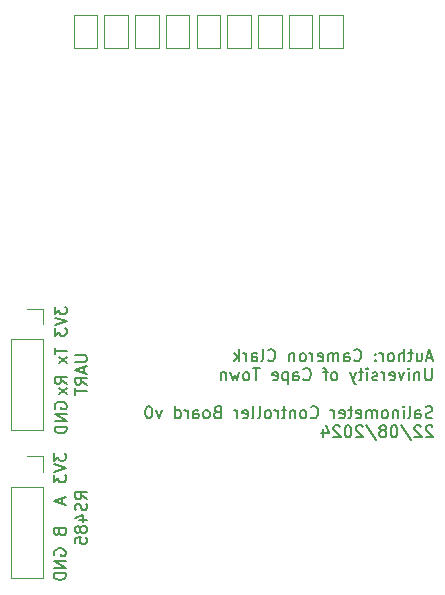
<source format=gbo>
%TF.GenerationSoftware,KiCad,Pcbnew,8.0.4*%
%TF.CreationDate,2024-08-28T18:13:50+02:00*%
%TF.ProjectId,Controller,436f6e74-726f-46c6-9c65-722e6b696361,v0*%
%TF.SameCoordinates,Original*%
%TF.FileFunction,Legend,Bot*%
%TF.FilePolarity,Positive*%
%FSLAX46Y46*%
G04 Gerber Fmt 4.6, Leading zero omitted, Abs format (unit mm)*
G04 Created by KiCad (PCBNEW 8.0.4) date 2024-08-28 18:13:50*
%MOMM*%
%LPD*%
G01*
G04 APERTURE LIST*
%ADD10C,0.150000*%
%ADD11C,0.120000*%
%ADD12C,2.000000*%
%ADD13C,0.990600*%
%ADD14R,2.000000X2.000000*%
%ADD15C,1.000000*%
%ADD16C,1.400000*%
%ADD17R,1.500000X1.000000*%
%ADD18R,1.700000X1.700000*%
%ADD19O,1.700000X1.700000*%
G04 APERTURE END LIST*
D10*
X195910839Y-92544328D02*
X195434649Y-92544328D01*
X196006077Y-92830043D02*
X195672744Y-91830043D01*
X195672744Y-91830043D02*
X195339411Y-92830043D01*
X194577506Y-92163376D02*
X194577506Y-92830043D01*
X195006077Y-92163376D02*
X195006077Y-92687185D01*
X195006077Y-92687185D02*
X194958458Y-92782424D01*
X194958458Y-92782424D02*
X194863220Y-92830043D01*
X194863220Y-92830043D02*
X194720363Y-92830043D01*
X194720363Y-92830043D02*
X194625125Y-92782424D01*
X194625125Y-92782424D02*
X194577506Y-92734804D01*
X194244172Y-92163376D02*
X193863220Y-92163376D01*
X194101315Y-91830043D02*
X194101315Y-92687185D01*
X194101315Y-92687185D02*
X194053696Y-92782424D01*
X194053696Y-92782424D02*
X193958458Y-92830043D01*
X193958458Y-92830043D02*
X193863220Y-92830043D01*
X193529886Y-92830043D02*
X193529886Y-91830043D01*
X193101315Y-92830043D02*
X193101315Y-92306233D01*
X193101315Y-92306233D02*
X193148934Y-92210995D01*
X193148934Y-92210995D02*
X193244172Y-92163376D01*
X193244172Y-92163376D02*
X193387029Y-92163376D01*
X193387029Y-92163376D02*
X193482267Y-92210995D01*
X193482267Y-92210995D02*
X193529886Y-92258614D01*
X192482267Y-92830043D02*
X192577505Y-92782424D01*
X192577505Y-92782424D02*
X192625124Y-92734804D01*
X192625124Y-92734804D02*
X192672743Y-92639566D01*
X192672743Y-92639566D02*
X192672743Y-92353852D01*
X192672743Y-92353852D02*
X192625124Y-92258614D01*
X192625124Y-92258614D02*
X192577505Y-92210995D01*
X192577505Y-92210995D02*
X192482267Y-92163376D01*
X192482267Y-92163376D02*
X192339410Y-92163376D01*
X192339410Y-92163376D02*
X192244172Y-92210995D01*
X192244172Y-92210995D02*
X192196553Y-92258614D01*
X192196553Y-92258614D02*
X192148934Y-92353852D01*
X192148934Y-92353852D02*
X192148934Y-92639566D01*
X192148934Y-92639566D02*
X192196553Y-92734804D01*
X192196553Y-92734804D02*
X192244172Y-92782424D01*
X192244172Y-92782424D02*
X192339410Y-92830043D01*
X192339410Y-92830043D02*
X192482267Y-92830043D01*
X191720362Y-92830043D02*
X191720362Y-92163376D01*
X191720362Y-92353852D02*
X191672743Y-92258614D01*
X191672743Y-92258614D02*
X191625124Y-92210995D01*
X191625124Y-92210995D02*
X191529886Y-92163376D01*
X191529886Y-92163376D02*
X191434648Y-92163376D01*
X191101314Y-92734804D02*
X191053695Y-92782424D01*
X191053695Y-92782424D02*
X191101314Y-92830043D01*
X191101314Y-92830043D02*
X191148933Y-92782424D01*
X191148933Y-92782424D02*
X191101314Y-92734804D01*
X191101314Y-92734804D02*
X191101314Y-92830043D01*
X191101314Y-92210995D02*
X191053695Y-92258614D01*
X191053695Y-92258614D02*
X191101314Y-92306233D01*
X191101314Y-92306233D02*
X191148933Y-92258614D01*
X191148933Y-92258614D02*
X191101314Y-92210995D01*
X191101314Y-92210995D02*
X191101314Y-92306233D01*
X189291791Y-92734804D02*
X189339410Y-92782424D01*
X189339410Y-92782424D02*
X189482267Y-92830043D01*
X189482267Y-92830043D02*
X189577505Y-92830043D01*
X189577505Y-92830043D02*
X189720362Y-92782424D01*
X189720362Y-92782424D02*
X189815600Y-92687185D01*
X189815600Y-92687185D02*
X189863219Y-92591947D01*
X189863219Y-92591947D02*
X189910838Y-92401471D01*
X189910838Y-92401471D02*
X189910838Y-92258614D01*
X189910838Y-92258614D02*
X189863219Y-92068138D01*
X189863219Y-92068138D02*
X189815600Y-91972900D01*
X189815600Y-91972900D02*
X189720362Y-91877662D01*
X189720362Y-91877662D02*
X189577505Y-91830043D01*
X189577505Y-91830043D02*
X189482267Y-91830043D01*
X189482267Y-91830043D02*
X189339410Y-91877662D01*
X189339410Y-91877662D02*
X189291791Y-91925281D01*
X188434648Y-92830043D02*
X188434648Y-92306233D01*
X188434648Y-92306233D02*
X188482267Y-92210995D01*
X188482267Y-92210995D02*
X188577505Y-92163376D01*
X188577505Y-92163376D02*
X188767981Y-92163376D01*
X188767981Y-92163376D02*
X188863219Y-92210995D01*
X188434648Y-92782424D02*
X188529886Y-92830043D01*
X188529886Y-92830043D02*
X188767981Y-92830043D01*
X188767981Y-92830043D02*
X188863219Y-92782424D01*
X188863219Y-92782424D02*
X188910838Y-92687185D01*
X188910838Y-92687185D02*
X188910838Y-92591947D01*
X188910838Y-92591947D02*
X188863219Y-92496709D01*
X188863219Y-92496709D02*
X188767981Y-92449090D01*
X188767981Y-92449090D02*
X188529886Y-92449090D01*
X188529886Y-92449090D02*
X188434648Y-92401471D01*
X187958457Y-92830043D02*
X187958457Y-92163376D01*
X187958457Y-92258614D02*
X187910838Y-92210995D01*
X187910838Y-92210995D02*
X187815600Y-92163376D01*
X187815600Y-92163376D02*
X187672743Y-92163376D01*
X187672743Y-92163376D02*
X187577505Y-92210995D01*
X187577505Y-92210995D02*
X187529886Y-92306233D01*
X187529886Y-92306233D02*
X187529886Y-92830043D01*
X187529886Y-92306233D02*
X187482267Y-92210995D01*
X187482267Y-92210995D02*
X187387029Y-92163376D01*
X187387029Y-92163376D02*
X187244172Y-92163376D01*
X187244172Y-92163376D02*
X187148933Y-92210995D01*
X187148933Y-92210995D02*
X187101314Y-92306233D01*
X187101314Y-92306233D02*
X187101314Y-92830043D01*
X186244172Y-92782424D02*
X186339410Y-92830043D01*
X186339410Y-92830043D02*
X186529886Y-92830043D01*
X186529886Y-92830043D02*
X186625124Y-92782424D01*
X186625124Y-92782424D02*
X186672743Y-92687185D01*
X186672743Y-92687185D02*
X186672743Y-92306233D01*
X186672743Y-92306233D02*
X186625124Y-92210995D01*
X186625124Y-92210995D02*
X186529886Y-92163376D01*
X186529886Y-92163376D02*
X186339410Y-92163376D01*
X186339410Y-92163376D02*
X186244172Y-92210995D01*
X186244172Y-92210995D02*
X186196553Y-92306233D01*
X186196553Y-92306233D02*
X186196553Y-92401471D01*
X186196553Y-92401471D02*
X186672743Y-92496709D01*
X185767981Y-92830043D02*
X185767981Y-92163376D01*
X185767981Y-92353852D02*
X185720362Y-92258614D01*
X185720362Y-92258614D02*
X185672743Y-92210995D01*
X185672743Y-92210995D02*
X185577505Y-92163376D01*
X185577505Y-92163376D02*
X185482267Y-92163376D01*
X185006076Y-92830043D02*
X185101314Y-92782424D01*
X185101314Y-92782424D02*
X185148933Y-92734804D01*
X185148933Y-92734804D02*
X185196552Y-92639566D01*
X185196552Y-92639566D02*
X185196552Y-92353852D01*
X185196552Y-92353852D02*
X185148933Y-92258614D01*
X185148933Y-92258614D02*
X185101314Y-92210995D01*
X185101314Y-92210995D02*
X185006076Y-92163376D01*
X185006076Y-92163376D02*
X184863219Y-92163376D01*
X184863219Y-92163376D02*
X184767981Y-92210995D01*
X184767981Y-92210995D02*
X184720362Y-92258614D01*
X184720362Y-92258614D02*
X184672743Y-92353852D01*
X184672743Y-92353852D02*
X184672743Y-92639566D01*
X184672743Y-92639566D02*
X184720362Y-92734804D01*
X184720362Y-92734804D02*
X184767981Y-92782424D01*
X184767981Y-92782424D02*
X184863219Y-92830043D01*
X184863219Y-92830043D02*
X185006076Y-92830043D01*
X184244171Y-92163376D02*
X184244171Y-92830043D01*
X184244171Y-92258614D02*
X184196552Y-92210995D01*
X184196552Y-92210995D02*
X184101314Y-92163376D01*
X184101314Y-92163376D02*
X183958457Y-92163376D01*
X183958457Y-92163376D02*
X183863219Y-92210995D01*
X183863219Y-92210995D02*
X183815600Y-92306233D01*
X183815600Y-92306233D02*
X183815600Y-92830043D01*
X182006076Y-92734804D02*
X182053695Y-92782424D01*
X182053695Y-92782424D02*
X182196552Y-92830043D01*
X182196552Y-92830043D02*
X182291790Y-92830043D01*
X182291790Y-92830043D02*
X182434647Y-92782424D01*
X182434647Y-92782424D02*
X182529885Y-92687185D01*
X182529885Y-92687185D02*
X182577504Y-92591947D01*
X182577504Y-92591947D02*
X182625123Y-92401471D01*
X182625123Y-92401471D02*
X182625123Y-92258614D01*
X182625123Y-92258614D02*
X182577504Y-92068138D01*
X182577504Y-92068138D02*
X182529885Y-91972900D01*
X182529885Y-91972900D02*
X182434647Y-91877662D01*
X182434647Y-91877662D02*
X182291790Y-91830043D01*
X182291790Y-91830043D02*
X182196552Y-91830043D01*
X182196552Y-91830043D02*
X182053695Y-91877662D01*
X182053695Y-91877662D02*
X182006076Y-91925281D01*
X181434647Y-92830043D02*
X181529885Y-92782424D01*
X181529885Y-92782424D02*
X181577504Y-92687185D01*
X181577504Y-92687185D02*
X181577504Y-91830043D01*
X180625123Y-92830043D02*
X180625123Y-92306233D01*
X180625123Y-92306233D02*
X180672742Y-92210995D01*
X180672742Y-92210995D02*
X180767980Y-92163376D01*
X180767980Y-92163376D02*
X180958456Y-92163376D01*
X180958456Y-92163376D02*
X181053694Y-92210995D01*
X180625123Y-92782424D02*
X180720361Y-92830043D01*
X180720361Y-92830043D02*
X180958456Y-92830043D01*
X180958456Y-92830043D02*
X181053694Y-92782424D01*
X181053694Y-92782424D02*
X181101313Y-92687185D01*
X181101313Y-92687185D02*
X181101313Y-92591947D01*
X181101313Y-92591947D02*
X181053694Y-92496709D01*
X181053694Y-92496709D02*
X180958456Y-92449090D01*
X180958456Y-92449090D02*
X180720361Y-92449090D01*
X180720361Y-92449090D02*
X180625123Y-92401471D01*
X180148932Y-92830043D02*
X180148932Y-92163376D01*
X180148932Y-92353852D02*
X180101313Y-92258614D01*
X180101313Y-92258614D02*
X180053694Y-92210995D01*
X180053694Y-92210995D02*
X179958456Y-92163376D01*
X179958456Y-92163376D02*
X179863218Y-92163376D01*
X179529884Y-92830043D02*
X179529884Y-91830043D01*
X179434646Y-92449090D02*
X179148932Y-92830043D01*
X179148932Y-92163376D02*
X179529884Y-92544328D01*
X195863220Y-93439987D02*
X195863220Y-94249510D01*
X195863220Y-94249510D02*
X195815601Y-94344748D01*
X195815601Y-94344748D02*
X195767982Y-94392368D01*
X195767982Y-94392368D02*
X195672744Y-94439987D01*
X195672744Y-94439987D02*
X195482268Y-94439987D01*
X195482268Y-94439987D02*
X195387030Y-94392368D01*
X195387030Y-94392368D02*
X195339411Y-94344748D01*
X195339411Y-94344748D02*
X195291792Y-94249510D01*
X195291792Y-94249510D02*
X195291792Y-93439987D01*
X194815601Y-93773320D02*
X194815601Y-94439987D01*
X194815601Y-93868558D02*
X194767982Y-93820939D01*
X194767982Y-93820939D02*
X194672744Y-93773320D01*
X194672744Y-93773320D02*
X194529887Y-93773320D01*
X194529887Y-93773320D02*
X194434649Y-93820939D01*
X194434649Y-93820939D02*
X194387030Y-93916177D01*
X194387030Y-93916177D02*
X194387030Y-94439987D01*
X193910839Y-94439987D02*
X193910839Y-93773320D01*
X193910839Y-93439987D02*
X193958458Y-93487606D01*
X193958458Y-93487606D02*
X193910839Y-93535225D01*
X193910839Y-93535225D02*
X193863220Y-93487606D01*
X193863220Y-93487606D02*
X193910839Y-93439987D01*
X193910839Y-93439987D02*
X193910839Y-93535225D01*
X193529887Y-93773320D02*
X193291792Y-94439987D01*
X193291792Y-94439987D02*
X193053697Y-93773320D01*
X192291792Y-94392368D02*
X192387030Y-94439987D01*
X192387030Y-94439987D02*
X192577506Y-94439987D01*
X192577506Y-94439987D02*
X192672744Y-94392368D01*
X192672744Y-94392368D02*
X192720363Y-94297129D01*
X192720363Y-94297129D02*
X192720363Y-93916177D01*
X192720363Y-93916177D02*
X192672744Y-93820939D01*
X192672744Y-93820939D02*
X192577506Y-93773320D01*
X192577506Y-93773320D02*
X192387030Y-93773320D01*
X192387030Y-93773320D02*
X192291792Y-93820939D01*
X192291792Y-93820939D02*
X192244173Y-93916177D01*
X192244173Y-93916177D02*
X192244173Y-94011415D01*
X192244173Y-94011415D02*
X192720363Y-94106653D01*
X191815601Y-94439987D02*
X191815601Y-93773320D01*
X191815601Y-93963796D02*
X191767982Y-93868558D01*
X191767982Y-93868558D02*
X191720363Y-93820939D01*
X191720363Y-93820939D02*
X191625125Y-93773320D01*
X191625125Y-93773320D02*
X191529887Y-93773320D01*
X191244172Y-94392368D02*
X191148934Y-94439987D01*
X191148934Y-94439987D02*
X190958458Y-94439987D01*
X190958458Y-94439987D02*
X190863220Y-94392368D01*
X190863220Y-94392368D02*
X190815601Y-94297129D01*
X190815601Y-94297129D02*
X190815601Y-94249510D01*
X190815601Y-94249510D02*
X190863220Y-94154272D01*
X190863220Y-94154272D02*
X190958458Y-94106653D01*
X190958458Y-94106653D02*
X191101315Y-94106653D01*
X191101315Y-94106653D02*
X191196553Y-94059034D01*
X191196553Y-94059034D02*
X191244172Y-93963796D01*
X191244172Y-93963796D02*
X191244172Y-93916177D01*
X191244172Y-93916177D02*
X191196553Y-93820939D01*
X191196553Y-93820939D02*
X191101315Y-93773320D01*
X191101315Y-93773320D02*
X190958458Y-93773320D01*
X190958458Y-93773320D02*
X190863220Y-93820939D01*
X190387029Y-94439987D02*
X190387029Y-93773320D01*
X190387029Y-93439987D02*
X190434648Y-93487606D01*
X190434648Y-93487606D02*
X190387029Y-93535225D01*
X190387029Y-93535225D02*
X190339410Y-93487606D01*
X190339410Y-93487606D02*
X190387029Y-93439987D01*
X190387029Y-93439987D02*
X190387029Y-93535225D01*
X190053696Y-93773320D02*
X189672744Y-93773320D01*
X189910839Y-93439987D02*
X189910839Y-94297129D01*
X189910839Y-94297129D02*
X189863220Y-94392368D01*
X189863220Y-94392368D02*
X189767982Y-94439987D01*
X189767982Y-94439987D02*
X189672744Y-94439987D01*
X189434648Y-93773320D02*
X189196553Y-94439987D01*
X188958458Y-93773320D02*
X189196553Y-94439987D01*
X189196553Y-94439987D02*
X189291791Y-94678082D01*
X189291791Y-94678082D02*
X189339410Y-94725701D01*
X189339410Y-94725701D02*
X189434648Y-94773320D01*
X187672743Y-94439987D02*
X187767981Y-94392368D01*
X187767981Y-94392368D02*
X187815600Y-94344748D01*
X187815600Y-94344748D02*
X187863219Y-94249510D01*
X187863219Y-94249510D02*
X187863219Y-93963796D01*
X187863219Y-93963796D02*
X187815600Y-93868558D01*
X187815600Y-93868558D02*
X187767981Y-93820939D01*
X187767981Y-93820939D02*
X187672743Y-93773320D01*
X187672743Y-93773320D02*
X187529886Y-93773320D01*
X187529886Y-93773320D02*
X187434648Y-93820939D01*
X187434648Y-93820939D02*
X187387029Y-93868558D01*
X187387029Y-93868558D02*
X187339410Y-93963796D01*
X187339410Y-93963796D02*
X187339410Y-94249510D01*
X187339410Y-94249510D02*
X187387029Y-94344748D01*
X187387029Y-94344748D02*
X187434648Y-94392368D01*
X187434648Y-94392368D02*
X187529886Y-94439987D01*
X187529886Y-94439987D02*
X187672743Y-94439987D01*
X187053695Y-93773320D02*
X186672743Y-93773320D01*
X186910838Y-94439987D02*
X186910838Y-93582844D01*
X186910838Y-93582844D02*
X186863219Y-93487606D01*
X186863219Y-93487606D02*
X186767981Y-93439987D01*
X186767981Y-93439987D02*
X186672743Y-93439987D01*
X185006076Y-94344748D02*
X185053695Y-94392368D01*
X185053695Y-94392368D02*
X185196552Y-94439987D01*
X185196552Y-94439987D02*
X185291790Y-94439987D01*
X185291790Y-94439987D02*
X185434647Y-94392368D01*
X185434647Y-94392368D02*
X185529885Y-94297129D01*
X185529885Y-94297129D02*
X185577504Y-94201891D01*
X185577504Y-94201891D02*
X185625123Y-94011415D01*
X185625123Y-94011415D02*
X185625123Y-93868558D01*
X185625123Y-93868558D02*
X185577504Y-93678082D01*
X185577504Y-93678082D02*
X185529885Y-93582844D01*
X185529885Y-93582844D02*
X185434647Y-93487606D01*
X185434647Y-93487606D02*
X185291790Y-93439987D01*
X185291790Y-93439987D02*
X185196552Y-93439987D01*
X185196552Y-93439987D02*
X185053695Y-93487606D01*
X185053695Y-93487606D02*
X185006076Y-93535225D01*
X184148933Y-94439987D02*
X184148933Y-93916177D01*
X184148933Y-93916177D02*
X184196552Y-93820939D01*
X184196552Y-93820939D02*
X184291790Y-93773320D01*
X184291790Y-93773320D02*
X184482266Y-93773320D01*
X184482266Y-93773320D02*
X184577504Y-93820939D01*
X184148933Y-94392368D02*
X184244171Y-94439987D01*
X184244171Y-94439987D02*
X184482266Y-94439987D01*
X184482266Y-94439987D02*
X184577504Y-94392368D01*
X184577504Y-94392368D02*
X184625123Y-94297129D01*
X184625123Y-94297129D02*
X184625123Y-94201891D01*
X184625123Y-94201891D02*
X184577504Y-94106653D01*
X184577504Y-94106653D02*
X184482266Y-94059034D01*
X184482266Y-94059034D02*
X184244171Y-94059034D01*
X184244171Y-94059034D02*
X184148933Y-94011415D01*
X183672742Y-93773320D02*
X183672742Y-94773320D01*
X183672742Y-93820939D02*
X183577504Y-93773320D01*
X183577504Y-93773320D02*
X183387028Y-93773320D01*
X183387028Y-93773320D02*
X183291790Y-93820939D01*
X183291790Y-93820939D02*
X183244171Y-93868558D01*
X183244171Y-93868558D02*
X183196552Y-93963796D01*
X183196552Y-93963796D02*
X183196552Y-94249510D01*
X183196552Y-94249510D02*
X183244171Y-94344748D01*
X183244171Y-94344748D02*
X183291790Y-94392368D01*
X183291790Y-94392368D02*
X183387028Y-94439987D01*
X183387028Y-94439987D02*
X183577504Y-94439987D01*
X183577504Y-94439987D02*
X183672742Y-94392368D01*
X182387028Y-94392368D02*
X182482266Y-94439987D01*
X182482266Y-94439987D02*
X182672742Y-94439987D01*
X182672742Y-94439987D02*
X182767980Y-94392368D01*
X182767980Y-94392368D02*
X182815599Y-94297129D01*
X182815599Y-94297129D02*
X182815599Y-93916177D01*
X182815599Y-93916177D02*
X182767980Y-93820939D01*
X182767980Y-93820939D02*
X182672742Y-93773320D01*
X182672742Y-93773320D02*
X182482266Y-93773320D01*
X182482266Y-93773320D02*
X182387028Y-93820939D01*
X182387028Y-93820939D02*
X182339409Y-93916177D01*
X182339409Y-93916177D02*
X182339409Y-94011415D01*
X182339409Y-94011415D02*
X182815599Y-94106653D01*
X181291789Y-93439987D02*
X180720361Y-93439987D01*
X181006075Y-94439987D02*
X181006075Y-93439987D01*
X180244170Y-94439987D02*
X180339408Y-94392368D01*
X180339408Y-94392368D02*
X180387027Y-94344748D01*
X180387027Y-94344748D02*
X180434646Y-94249510D01*
X180434646Y-94249510D02*
X180434646Y-93963796D01*
X180434646Y-93963796D02*
X180387027Y-93868558D01*
X180387027Y-93868558D02*
X180339408Y-93820939D01*
X180339408Y-93820939D02*
X180244170Y-93773320D01*
X180244170Y-93773320D02*
X180101313Y-93773320D01*
X180101313Y-93773320D02*
X180006075Y-93820939D01*
X180006075Y-93820939D02*
X179958456Y-93868558D01*
X179958456Y-93868558D02*
X179910837Y-93963796D01*
X179910837Y-93963796D02*
X179910837Y-94249510D01*
X179910837Y-94249510D02*
X179958456Y-94344748D01*
X179958456Y-94344748D02*
X180006075Y-94392368D01*
X180006075Y-94392368D02*
X180101313Y-94439987D01*
X180101313Y-94439987D02*
X180244170Y-94439987D01*
X179577503Y-93773320D02*
X179387027Y-94439987D01*
X179387027Y-94439987D02*
X179196551Y-93963796D01*
X179196551Y-93963796D02*
X179006075Y-94439987D01*
X179006075Y-94439987D02*
X178815599Y-93773320D01*
X178434646Y-93773320D02*
X178434646Y-94439987D01*
X178434646Y-93868558D02*
X178387027Y-93820939D01*
X178387027Y-93820939D02*
X178291789Y-93773320D01*
X178291789Y-93773320D02*
X178148932Y-93773320D01*
X178148932Y-93773320D02*
X178053694Y-93820939D01*
X178053694Y-93820939D02*
X178006075Y-93916177D01*
X178006075Y-93916177D02*
X178006075Y-94439987D01*
X195910839Y-97612256D02*
X195767982Y-97659875D01*
X195767982Y-97659875D02*
X195529887Y-97659875D01*
X195529887Y-97659875D02*
X195434649Y-97612256D01*
X195434649Y-97612256D02*
X195387030Y-97564636D01*
X195387030Y-97564636D02*
X195339411Y-97469398D01*
X195339411Y-97469398D02*
X195339411Y-97374160D01*
X195339411Y-97374160D02*
X195387030Y-97278922D01*
X195387030Y-97278922D02*
X195434649Y-97231303D01*
X195434649Y-97231303D02*
X195529887Y-97183684D01*
X195529887Y-97183684D02*
X195720363Y-97136065D01*
X195720363Y-97136065D02*
X195815601Y-97088446D01*
X195815601Y-97088446D02*
X195863220Y-97040827D01*
X195863220Y-97040827D02*
X195910839Y-96945589D01*
X195910839Y-96945589D02*
X195910839Y-96850351D01*
X195910839Y-96850351D02*
X195863220Y-96755113D01*
X195863220Y-96755113D02*
X195815601Y-96707494D01*
X195815601Y-96707494D02*
X195720363Y-96659875D01*
X195720363Y-96659875D02*
X195482268Y-96659875D01*
X195482268Y-96659875D02*
X195339411Y-96707494D01*
X194482268Y-97659875D02*
X194482268Y-97136065D01*
X194482268Y-97136065D02*
X194529887Y-97040827D01*
X194529887Y-97040827D02*
X194625125Y-96993208D01*
X194625125Y-96993208D02*
X194815601Y-96993208D01*
X194815601Y-96993208D02*
X194910839Y-97040827D01*
X194482268Y-97612256D02*
X194577506Y-97659875D01*
X194577506Y-97659875D02*
X194815601Y-97659875D01*
X194815601Y-97659875D02*
X194910839Y-97612256D01*
X194910839Y-97612256D02*
X194958458Y-97517017D01*
X194958458Y-97517017D02*
X194958458Y-97421779D01*
X194958458Y-97421779D02*
X194910839Y-97326541D01*
X194910839Y-97326541D02*
X194815601Y-97278922D01*
X194815601Y-97278922D02*
X194577506Y-97278922D01*
X194577506Y-97278922D02*
X194482268Y-97231303D01*
X193863220Y-97659875D02*
X193958458Y-97612256D01*
X193958458Y-97612256D02*
X194006077Y-97517017D01*
X194006077Y-97517017D02*
X194006077Y-96659875D01*
X193482267Y-97659875D02*
X193482267Y-96993208D01*
X193482267Y-96659875D02*
X193529886Y-96707494D01*
X193529886Y-96707494D02*
X193482267Y-96755113D01*
X193482267Y-96755113D02*
X193434648Y-96707494D01*
X193434648Y-96707494D02*
X193482267Y-96659875D01*
X193482267Y-96659875D02*
X193482267Y-96755113D01*
X193006077Y-96993208D02*
X193006077Y-97659875D01*
X193006077Y-97088446D02*
X192958458Y-97040827D01*
X192958458Y-97040827D02*
X192863220Y-96993208D01*
X192863220Y-96993208D02*
X192720363Y-96993208D01*
X192720363Y-96993208D02*
X192625125Y-97040827D01*
X192625125Y-97040827D02*
X192577506Y-97136065D01*
X192577506Y-97136065D02*
X192577506Y-97659875D01*
X191958458Y-97659875D02*
X192053696Y-97612256D01*
X192053696Y-97612256D02*
X192101315Y-97564636D01*
X192101315Y-97564636D02*
X192148934Y-97469398D01*
X192148934Y-97469398D02*
X192148934Y-97183684D01*
X192148934Y-97183684D02*
X192101315Y-97088446D01*
X192101315Y-97088446D02*
X192053696Y-97040827D01*
X192053696Y-97040827D02*
X191958458Y-96993208D01*
X191958458Y-96993208D02*
X191815601Y-96993208D01*
X191815601Y-96993208D02*
X191720363Y-97040827D01*
X191720363Y-97040827D02*
X191672744Y-97088446D01*
X191672744Y-97088446D02*
X191625125Y-97183684D01*
X191625125Y-97183684D02*
X191625125Y-97469398D01*
X191625125Y-97469398D02*
X191672744Y-97564636D01*
X191672744Y-97564636D02*
X191720363Y-97612256D01*
X191720363Y-97612256D02*
X191815601Y-97659875D01*
X191815601Y-97659875D02*
X191958458Y-97659875D01*
X191196553Y-97659875D02*
X191196553Y-96993208D01*
X191196553Y-97088446D02*
X191148934Y-97040827D01*
X191148934Y-97040827D02*
X191053696Y-96993208D01*
X191053696Y-96993208D02*
X190910839Y-96993208D01*
X190910839Y-96993208D02*
X190815601Y-97040827D01*
X190815601Y-97040827D02*
X190767982Y-97136065D01*
X190767982Y-97136065D02*
X190767982Y-97659875D01*
X190767982Y-97136065D02*
X190720363Y-97040827D01*
X190720363Y-97040827D02*
X190625125Y-96993208D01*
X190625125Y-96993208D02*
X190482268Y-96993208D01*
X190482268Y-96993208D02*
X190387029Y-97040827D01*
X190387029Y-97040827D02*
X190339410Y-97136065D01*
X190339410Y-97136065D02*
X190339410Y-97659875D01*
X189482268Y-97612256D02*
X189577506Y-97659875D01*
X189577506Y-97659875D02*
X189767982Y-97659875D01*
X189767982Y-97659875D02*
X189863220Y-97612256D01*
X189863220Y-97612256D02*
X189910839Y-97517017D01*
X189910839Y-97517017D02*
X189910839Y-97136065D01*
X189910839Y-97136065D02*
X189863220Y-97040827D01*
X189863220Y-97040827D02*
X189767982Y-96993208D01*
X189767982Y-96993208D02*
X189577506Y-96993208D01*
X189577506Y-96993208D02*
X189482268Y-97040827D01*
X189482268Y-97040827D02*
X189434649Y-97136065D01*
X189434649Y-97136065D02*
X189434649Y-97231303D01*
X189434649Y-97231303D02*
X189910839Y-97326541D01*
X189148934Y-96993208D02*
X188767982Y-96993208D01*
X189006077Y-96659875D02*
X189006077Y-97517017D01*
X189006077Y-97517017D02*
X188958458Y-97612256D01*
X188958458Y-97612256D02*
X188863220Y-97659875D01*
X188863220Y-97659875D02*
X188767982Y-97659875D01*
X188053696Y-97612256D02*
X188148934Y-97659875D01*
X188148934Y-97659875D02*
X188339410Y-97659875D01*
X188339410Y-97659875D02*
X188434648Y-97612256D01*
X188434648Y-97612256D02*
X188482267Y-97517017D01*
X188482267Y-97517017D02*
X188482267Y-97136065D01*
X188482267Y-97136065D02*
X188434648Y-97040827D01*
X188434648Y-97040827D02*
X188339410Y-96993208D01*
X188339410Y-96993208D02*
X188148934Y-96993208D01*
X188148934Y-96993208D02*
X188053696Y-97040827D01*
X188053696Y-97040827D02*
X188006077Y-97136065D01*
X188006077Y-97136065D02*
X188006077Y-97231303D01*
X188006077Y-97231303D02*
X188482267Y-97326541D01*
X187577505Y-97659875D02*
X187577505Y-96993208D01*
X187577505Y-97183684D02*
X187529886Y-97088446D01*
X187529886Y-97088446D02*
X187482267Y-97040827D01*
X187482267Y-97040827D02*
X187387029Y-96993208D01*
X187387029Y-96993208D02*
X187291791Y-96993208D01*
X185625124Y-97564636D02*
X185672743Y-97612256D01*
X185672743Y-97612256D02*
X185815600Y-97659875D01*
X185815600Y-97659875D02*
X185910838Y-97659875D01*
X185910838Y-97659875D02*
X186053695Y-97612256D01*
X186053695Y-97612256D02*
X186148933Y-97517017D01*
X186148933Y-97517017D02*
X186196552Y-97421779D01*
X186196552Y-97421779D02*
X186244171Y-97231303D01*
X186244171Y-97231303D02*
X186244171Y-97088446D01*
X186244171Y-97088446D02*
X186196552Y-96897970D01*
X186196552Y-96897970D02*
X186148933Y-96802732D01*
X186148933Y-96802732D02*
X186053695Y-96707494D01*
X186053695Y-96707494D02*
X185910838Y-96659875D01*
X185910838Y-96659875D02*
X185815600Y-96659875D01*
X185815600Y-96659875D02*
X185672743Y-96707494D01*
X185672743Y-96707494D02*
X185625124Y-96755113D01*
X185053695Y-97659875D02*
X185148933Y-97612256D01*
X185148933Y-97612256D02*
X185196552Y-97564636D01*
X185196552Y-97564636D02*
X185244171Y-97469398D01*
X185244171Y-97469398D02*
X185244171Y-97183684D01*
X185244171Y-97183684D02*
X185196552Y-97088446D01*
X185196552Y-97088446D02*
X185148933Y-97040827D01*
X185148933Y-97040827D02*
X185053695Y-96993208D01*
X185053695Y-96993208D02*
X184910838Y-96993208D01*
X184910838Y-96993208D02*
X184815600Y-97040827D01*
X184815600Y-97040827D02*
X184767981Y-97088446D01*
X184767981Y-97088446D02*
X184720362Y-97183684D01*
X184720362Y-97183684D02*
X184720362Y-97469398D01*
X184720362Y-97469398D02*
X184767981Y-97564636D01*
X184767981Y-97564636D02*
X184815600Y-97612256D01*
X184815600Y-97612256D02*
X184910838Y-97659875D01*
X184910838Y-97659875D02*
X185053695Y-97659875D01*
X184291790Y-96993208D02*
X184291790Y-97659875D01*
X184291790Y-97088446D02*
X184244171Y-97040827D01*
X184244171Y-97040827D02*
X184148933Y-96993208D01*
X184148933Y-96993208D02*
X184006076Y-96993208D01*
X184006076Y-96993208D02*
X183910838Y-97040827D01*
X183910838Y-97040827D02*
X183863219Y-97136065D01*
X183863219Y-97136065D02*
X183863219Y-97659875D01*
X183529885Y-96993208D02*
X183148933Y-96993208D01*
X183387028Y-96659875D02*
X183387028Y-97517017D01*
X183387028Y-97517017D02*
X183339409Y-97612256D01*
X183339409Y-97612256D02*
X183244171Y-97659875D01*
X183244171Y-97659875D02*
X183148933Y-97659875D01*
X182815599Y-97659875D02*
X182815599Y-96993208D01*
X182815599Y-97183684D02*
X182767980Y-97088446D01*
X182767980Y-97088446D02*
X182720361Y-97040827D01*
X182720361Y-97040827D02*
X182625123Y-96993208D01*
X182625123Y-96993208D02*
X182529885Y-96993208D01*
X182053694Y-97659875D02*
X182148932Y-97612256D01*
X182148932Y-97612256D02*
X182196551Y-97564636D01*
X182196551Y-97564636D02*
X182244170Y-97469398D01*
X182244170Y-97469398D02*
X182244170Y-97183684D01*
X182244170Y-97183684D02*
X182196551Y-97088446D01*
X182196551Y-97088446D02*
X182148932Y-97040827D01*
X182148932Y-97040827D02*
X182053694Y-96993208D01*
X182053694Y-96993208D02*
X181910837Y-96993208D01*
X181910837Y-96993208D02*
X181815599Y-97040827D01*
X181815599Y-97040827D02*
X181767980Y-97088446D01*
X181767980Y-97088446D02*
X181720361Y-97183684D01*
X181720361Y-97183684D02*
X181720361Y-97469398D01*
X181720361Y-97469398D02*
X181767980Y-97564636D01*
X181767980Y-97564636D02*
X181815599Y-97612256D01*
X181815599Y-97612256D02*
X181910837Y-97659875D01*
X181910837Y-97659875D02*
X182053694Y-97659875D01*
X181148932Y-97659875D02*
X181244170Y-97612256D01*
X181244170Y-97612256D02*
X181291789Y-97517017D01*
X181291789Y-97517017D02*
X181291789Y-96659875D01*
X180625122Y-97659875D02*
X180720360Y-97612256D01*
X180720360Y-97612256D02*
X180767979Y-97517017D01*
X180767979Y-97517017D02*
X180767979Y-96659875D01*
X179863217Y-97612256D02*
X179958455Y-97659875D01*
X179958455Y-97659875D02*
X180148931Y-97659875D01*
X180148931Y-97659875D02*
X180244169Y-97612256D01*
X180244169Y-97612256D02*
X180291788Y-97517017D01*
X180291788Y-97517017D02*
X180291788Y-97136065D01*
X180291788Y-97136065D02*
X180244169Y-97040827D01*
X180244169Y-97040827D02*
X180148931Y-96993208D01*
X180148931Y-96993208D02*
X179958455Y-96993208D01*
X179958455Y-96993208D02*
X179863217Y-97040827D01*
X179863217Y-97040827D02*
X179815598Y-97136065D01*
X179815598Y-97136065D02*
X179815598Y-97231303D01*
X179815598Y-97231303D02*
X180291788Y-97326541D01*
X179387026Y-97659875D02*
X179387026Y-96993208D01*
X179387026Y-97183684D02*
X179339407Y-97088446D01*
X179339407Y-97088446D02*
X179291788Y-97040827D01*
X179291788Y-97040827D02*
X179196550Y-96993208D01*
X179196550Y-96993208D02*
X179101312Y-96993208D01*
X177672740Y-97136065D02*
X177529883Y-97183684D01*
X177529883Y-97183684D02*
X177482264Y-97231303D01*
X177482264Y-97231303D02*
X177434645Y-97326541D01*
X177434645Y-97326541D02*
X177434645Y-97469398D01*
X177434645Y-97469398D02*
X177482264Y-97564636D01*
X177482264Y-97564636D02*
X177529883Y-97612256D01*
X177529883Y-97612256D02*
X177625121Y-97659875D01*
X177625121Y-97659875D02*
X178006073Y-97659875D01*
X178006073Y-97659875D02*
X178006073Y-96659875D01*
X178006073Y-96659875D02*
X177672740Y-96659875D01*
X177672740Y-96659875D02*
X177577502Y-96707494D01*
X177577502Y-96707494D02*
X177529883Y-96755113D01*
X177529883Y-96755113D02*
X177482264Y-96850351D01*
X177482264Y-96850351D02*
X177482264Y-96945589D01*
X177482264Y-96945589D02*
X177529883Y-97040827D01*
X177529883Y-97040827D02*
X177577502Y-97088446D01*
X177577502Y-97088446D02*
X177672740Y-97136065D01*
X177672740Y-97136065D02*
X178006073Y-97136065D01*
X176863216Y-97659875D02*
X176958454Y-97612256D01*
X176958454Y-97612256D02*
X177006073Y-97564636D01*
X177006073Y-97564636D02*
X177053692Y-97469398D01*
X177053692Y-97469398D02*
X177053692Y-97183684D01*
X177053692Y-97183684D02*
X177006073Y-97088446D01*
X177006073Y-97088446D02*
X176958454Y-97040827D01*
X176958454Y-97040827D02*
X176863216Y-96993208D01*
X176863216Y-96993208D02*
X176720359Y-96993208D01*
X176720359Y-96993208D02*
X176625121Y-97040827D01*
X176625121Y-97040827D02*
X176577502Y-97088446D01*
X176577502Y-97088446D02*
X176529883Y-97183684D01*
X176529883Y-97183684D02*
X176529883Y-97469398D01*
X176529883Y-97469398D02*
X176577502Y-97564636D01*
X176577502Y-97564636D02*
X176625121Y-97612256D01*
X176625121Y-97612256D02*
X176720359Y-97659875D01*
X176720359Y-97659875D02*
X176863216Y-97659875D01*
X175672740Y-97659875D02*
X175672740Y-97136065D01*
X175672740Y-97136065D02*
X175720359Y-97040827D01*
X175720359Y-97040827D02*
X175815597Y-96993208D01*
X175815597Y-96993208D02*
X176006073Y-96993208D01*
X176006073Y-96993208D02*
X176101311Y-97040827D01*
X175672740Y-97612256D02*
X175767978Y-97659875D01*
X175767978Y-97659875D02*
X176006073Y-97659875D01*
X176006073Y-97659875D02*
X176101311Y-97612256D01*
X176101311Y-97612256D02*
X176148930Y-97517017D01*
X176148930Y-97517017D02*
X176148930Y-97421779D01*
X176148930Y-97421779D02*
X176101311Y-97326541D01*
X176101311Y-97326541D02*
X176006073Y-97278922D01*
X176006073Y-97278922D02*
X175767978Y-97278922D01*
X175767978Y-97278922D02*
X175672740Y-97231303D01*
X175196549Y-97659875D02*
X175196549Y-96993208D01*
X175196549Y-97183684D02*
X175148930Y-97088446D01*
X175148930Y-97088446D02*
X175101311Y-97040827D01*
X175101311Y-97040827D02*
X175006073Y-96993208D01*
X175006073Y-96993208D02*
X174910835Y-96993208D01*
X174148930Y-97659875D02*
X174148930Y-96659875D01*
X174148930Y-97612256D02*
X174244168Y-97659875D01*
X174244168Y-97659875D02*
X174434644Y-97659875D01*
X174434644Y-97659875D02*
X174529882Y-97612256D01*
X174529882Y-97612256D02*
X174577501Y-97564636D01*
X174577501Y-97564636D02*
X174625120Y-97469398D01*
X174625120Y-97469398D02*
X174625120Y-97183684D01*
X174625120Y-97183684D02*
X174577501Y-97088446D01*
X174577501Y-97088446D02*
X174529882Y-97040827D01*
X174529882Y-97040827D02*
X174434644Y-96993208D01*
X174434644Y-96993208D02*
X174244168Y-96993208D01*
X174244168Y-96993208D02*
X174148930Y-97040827D01*
X173006072Y-96993208D02*
X172767977Y-97659875D01*
X172767977Y-97659875D02*
X172529882Y-96993208D01*
X171958453Y-96659875D02*
X171863215Y-96659875D01*
X171863215Y-96659875D02*
X171767977Y-96707494D01*
X171767977Y-96707494D02*
X171720358Y-96755113D01*
X171720358Y-96755113D02*
X171672739Y-96850351D01*
X171672739Y-96850351D02*
X171625120Y-97040827D01*
X171625120Y-97040827D02*
X171625120Y-97278922D01*
X171625120Y-97278922D02*
X171672739Y-97469398D01*
X171672739Y-97469398D02*
X171720358Y-97564636D01*
X171720358Y-97564636D02*
X171767977Y-97612256D01*
X171767977Y-97612256D02*
X171863215Y-97659875D01*
X171863215Y-97659875D02*
X171958453Y-97659875D01*
X171958453Y-97659875D02*
X172053691Y-97612256D01*
X172053691Y-97612256D02*
X172101310Y-97564636D01*
X172101310Y-97564636D02*
X172148929Y-97469398D01*
X172148929Y-97469398D02*
X172196548Y-97278922D01*
X172196548Y-97278922D02*
X172196548Y-97040827D01*
X172196548Y-97040827D02*
X172148929Y-96850351D01*
X172148929Y-96850351D02*
X172101310Y-96755113D01*
X172101310Y-96755113D02*
X172053691Y-96707494D01*
X172053691Y-96707494D02*
X171958453Y-96659875D01*
X195910839Y-98365057D02*
X195863220Y-98317438D01*
X195863220Y-98317438D02*
X195767982Y-98269819D01*
X195767982Y-98269819D02*
X195529887Y-98269819D01*
X195529887Y-98269819D02*
X195434649Y-98317438D01*
X195434649Y-98317438D02*
X195387030Y-98365057D01*
X195387030Y-98365057D02*
X195339411Y-98460295D01*
X195339411Y-98460295D02*
X195339411Y-98555533D01*
X195339411Y-98555533D02*
X195387030Y-98698390D01*
X195387030Y-98698390D02*
X195958458Y-99269819D01*
X195958458Y-99269819D02*
X195339411Y-99269819D01*
X194958458Y-98365057D02*
X194910839Y-98317438D01*
X194910839Y-98317438D02*
X194815601Y-98269819D01*
X194815601Y-98269819D02*
X194577506Y-98269819D01*
X194577506Y-98269819D02*
X194482268Y-98317438D01*
X194482268Y-98317438D02*
X194434649Y-98365057D01*
X194434649Y-98365057D02*
X194387030Y-98460295D01*
X194387030Y-98460295D02*
X194387030Y-98555533D01*
X194387030Y-98555533D02*
X194434649Y-98698390D01*
X194434649Y-98698390D02*
X195006077Y-99269819D01*
X195006077Y-99269819D02*
X194387030Y-99269819D01*
X193244173Y-98222200D02*
X194101315Y-99507914D01*
X192720363Y-98269819D02*
X192625125Y-98269819D01*
X192625125Y-98269819D02*
X192529887Y-98317438D01*
X192529887Y-98317438D02*
X192482268Y-98365057D01*
X192482268Y-98365057D02*
X192434649Y-98460295D01*
X192434649Y-98460295D02*
X192387030Y-98650771D01*
X192387030Y-98650771D02*
X192387030Y-98888866D01*
X192387030Y-98888866D02*
X192434649Y-99079342D01*
X192434649Y-99079342D02*
X192482268Y-99174580D01*
X192482268Y-99174580D02*
X192529887Y-99222200D01*
X192529887Y-99222200D02*
X192625125Y-99269819D01*
X192625125Y-99269819D02*
X192720363Y-99269819D01*
X192720363Y-99269819D02*
X192815601Y-99222200D01*
X192815601Y-99222200D02*
X192863220Y-99174580D01*
X192863220Y-99174580D02*
X192910839Y-99079342D01*
X192910839Y-99079342D02*
X192958458Y-98888866D01*
X192958458Y-98888866D02*
X192958458Y-98650771D01*
X192958458Y-98650771D02*
X192910839Y-98460295D01*
X192910839Y-98460295D02*
X192863220Y-98365057D01*
X192863220Y-98365057D02*
X192815601Y-98317438D01*
X192815601Y-98317438D02*
X192720363Y-98269819D01*
X191815601Y-98698390D02*
X191910839Y-98650771D01*
X191910839Y-98650771D02*
X191958458Y-98603152D01*
X191958458Y-98603152D02*
X192006077Y-98507914D01*
X192006077Y-98507914D02*
X192006077Y-98460295D01*
X192006077Y-98460295D02*
X191958458Y-98365057D01*
X191958458Y-98365057D02*
X191910839Y-98317438D01*
X191910839Y-98317438D02*
X191815601Y-98269819D01*
X191815601Y-98269819D02*
X191625125Y-98269819D01*
X191625125Y-98269819D02*
X191529887Y-98317438D01*
X191529887Y-98317438D02*
X191482268Y-98365057D01*
X191482268Y-98365057D02*
X191434649Y-98460295D01*
X191434649Y-98460295D02*
X191434649Y-98507914D01*
X191434649Y-98507914D02*
X191482268Y-98603152D01*
X191482268Y-98603152D02*
X191529887Y-98650771D01*
X191529887Y-98650771D02*
X191625125Y-98698390D01*
X191625125Y-98698390D02*
X191815601Y-98698390D01*
X191815601Y-98698390D02*
X191910839Y-98746009D01*
X191910839Y-98746009D02*
X191958458Y-98793628D01*
X191958458Y-98793628D02*
X192006077Y-98888866D01*
X192006077Y-98888866D02*
X192006077Y-99079342D01*
X192006077Y-99079342D02*
X191958458Y-99174580D01*
X191958458Y-99174580D02*
X191910839Y-99222200D01*
X191910839Y-99222200D02*
X191815601Y-99269819D01*
X191815601Y-99269819D02*
X191625125Y-99269819D01*
X191625125Y-99269819D02*
X191529887Y-99222200D01*
X191529887Y-99222200D02*
X191482268Y-99174580D01*
X191482268Y-99174580D02*
X191434649Y-99079342D01*
X191434649Y-99079342D02*
X191434649Y-98888866D01*
X191434649Y-98888866D02*
X191482268Y-98793628D01*
X191482268Y-98793628D02*
X191529887Y-98746009D01*
X191529887Y-98746009D02*
X191625125Y-98698390D01*
X190291792Y-98222200D02*
X191148934Y-99507914D01*
X190006077Y-98365057D02*
X189958458Y-98317438D01*
X189958458Y-98317438D02*
X189863220Y-98269819D01*
X189863220Y-98269819D02*
X189625125Y-98269819D01*
X189625125Y-98269819D02*
X189529887Y-98317438D01*
X189529887Y-98317438D02*
X189482268Y-98365057D01*
X189482268Y-98365057D02*
X189434649Y-98460295D01*
X189434649Y-98460295D02*
X189434649Y-98555533D01*
X189434649Y-98555533D02*
X189482268Y-98698390D01*
X189482268Y-98698390D02*
X190053696Y-99269819D01*
X190053696Y-99269819D02*
X189434649Y-99269819D01*
X188815601Y-98269819D02*
X188720363Y-98269819D01*
X188720363Y-98269819D02*
X188625125Y-98317438D01*
X188625125Y-98317438D02*
X188577506Y-98365057D01*
X188577506Y-98365057D02*
X188529887Y-98460295D01*
X188529887Y-98460295D02*
X188482268Y-98650771D01*
X188482268Y-98650771D02*
X188482268Y-98888866D01*
X188482268Y-98888866D02*
X188529887Y-99079342D01*
X188529887Y-99079342D02*
X188577506Y-99174580D01*
X188577506Y-99174580D02*
X188625125Y-99222200D01*
X188625125Y-99222200D02*
X188720363Y-99269819D01*
X188720363Y-99269819D02*
X188815601Y-99269819D01*
X188815601Y-99269819D02*
X188910839Y-99222200D01*
X188910839Y-99222200D02*
X188958458Y-99174580D01*
X188958458Y-99174580D02*
X189006077Y-99079342D01*
X189006077Y-99079342D02*
X189053696Y-98888866D01*
X189053696Y-98888866D02*
X189053696Y-98650771D01*
X189053696Y-98650771D02*
X189006077Y-98460295D01*
X189006077Y-98460295D02*
X188958458Y-98365057D01*
X188958458Y-98365057D02*
X188910839Y-98317438D01*
X188910839Y-98317438D02*
X188815601Y-98269819D01*
X188101315Y-98365057D02*
X188053696Y-98317438D01*
X188053696Y-98317438D02*
X187958458Y-98269819D01*
X187958458Y-98269819D02*
X187720363Y-98269819D01*
X187720363Y-98269819D02*
X187625125Y-98317438D01*
X187625125Y-98317438D02*
X187577506Y-98365057D01*
X187577506Y-98365057D02*
X187529887Y-98460295D01*
X187529887Y-98460295D02*
X187529887Y-98555533D01*
X187529887Y-98555533D02*
X187577506Y-98698390D01*
X187577506Y-98698390D02*
X188148934Y-99269819D01*
X188148934Y-99269819D02*
X187529887Y-99269819D01*
X186672744Y-98603152D02*
X186672744Y-99269819D01*
X186910839Y-98222200D02*
X187148934Y-98936485D01*
X187148934Y-98936485D02*
X186529887Y-98936485D01*
X164584104Y-104439160D02*
X164584104Y-104915350D01*
X164869819Y-104343922D02*
X163869819Y-104677255D01*
X163869819Y-104677255D02*
X164869819Y-105010588D01*
X163944819Y-88234159D02*
X163944819Y-88853206D01*
X163944819Y-88853206D02*
X164325771Y-88519873D01*
X164325771Y-88519873D02*
X164325771Y-88662730D01*
X164325771Y-88662730D02*
X164373390Y-88757968D01*
X164373390Y-88757968D02*
X164421009Y-88805587D01*
X164421009Y-88805587D02*
X164516247Y-88853206D01*
X164516247Y-88853206D02*
X164754342Y-88853206D01*
X164754342Y-88853206D02*
X164849580Y-88805587D01*
X164849580Y-88805587D02*
X164897200Y-88757968D01*
X164897200Y-88757968D02*
X164944819Y-88662730D01*
X164944819Y-88662730D02*
X164944819Y-88377016D01*
X164944819Y-88377016D02*
X164897200Y-88281778D01*
X164897200Y-88281778D02*
X164849580Y-88234159D01*
X163944819Y-89138921D02*
X164944819Y-89472254D01*
X164944819Y-89472254D02*
X163944819Y-89805587D01*
X163944819Y-90043683D02*
X163944819Y-90662730D01*
X163944819Y-90662730D02*
X164325771Y-90329397D01*
X164325771Y-90329397D02*
X164325771Y-90472254D01*
X164325771Y-90472254D02*
X164373390Y-90567492D01*
X164373390Y-90567492D02*
X164421009Y-90615111D01*
X164421009Y-90615111D02*
X164516247Y-90662730D01*
X164516247Y-90662730D02*
X164754342Y-90662730D01*
X164754342Y-90662730D02*
X164849580Y-90615111D01*
X164849580Y-90615111D02*
X164897200Y-90567492D01*
X164897200Y-90567492D02*
X164944819Y-90472254D01*
X164944819Y-90472254D02*
X164944819Y-90186540D01*
X164944819Y-90186540D02*
X164897200Y-90091302D01*
X164897200Y-90091302D02*
X164849580Y-90043683D01*
X163944819Y-91686540D02*
X163944819Y-92257968D01*
X164944819Y-91972254D02*
X163944819Y-91972254D01*
X164944819Y-92496064D02*
X164278152Y-93019873D01*
X164278152Y-92496064D02*
X164944819Y-93019873D01*
X163917438Y-109260588D02*
X163869819Y-109165350D01*
X163869819Y-109165350D02*
X163869819Y-109022493D01*
X163869819Y-109022493D02*
X163917438Y-108879636D01*
X163917438Y-108879636D02*
X164012676Y-108784398D01*
X164012676Y-108784398D02*
X164107914Y-108736779D01*
X164107914Y-108736779D02*
X164298390Y-108689160D01*
X164298390Y-108689160D02*
X164441247Y-108689160D01*
X164441247Y-108689160D02*
X164631723Y-108736779D01*
X164631723Y-108736779D02*
X164726961Y-108784398D01*
X164726961Y-108784398D02*
X164822200Y-108879636D01*
X164822200Y-108879636D02*
X164869819Y-109022493D01*
X164869819Y-109022493D02*
X164869819Y-109117731D01*
X164869819Y-109117731D02*
X164822200Y-109260588D01*
X164822200Y-109260588D02*
X164774580Y-109308207D01*
X164774580Y-109308207D02*
X164441247Y-109308207D01*
X164441247Y-109308207D02*
X164441247Y-109117731D01*
X164869819Y-109736779D02*
X163869819Y-109736779D01*
X163869819Y-109736779D02*
X164869819Y-110308207D01*
X164869819Y-110308207D02*
X163869819Y-110308207D01*
X164869819Y-110784398D02*
X163869819Y-110784398D01*
X163869819Y-110784398D02*
X163869819Y-111022493D01*
X163869819Y-111022493D02*
X163917438Y-111165350D01*
X163917438Y-111165350D02*
X164012676Y-111260588D01*
X164012676Y-111260588D02*
X164107914Y-111308207D01*
X164107914Y-111308207D02*
X164298390Y-111355826D01*
X164298390Y-111355826D02*
X164441247Y-111355826D01*
X164441247Y-111355826D02*
X164631723Y-111308207D01*
X164631723Y-111308207D02*
X164726961Y-111260588D01*
X164726961Y-111260588D02*
X164822200Y-111165350D01*
X164822200Y-111165350D02*
X164869819Y-111022493D01*
X164869819Y-111022493D02*
X164869819Y-110784398D01*
X163869819Y-100641541D02*
X163869819Y-101260588D01*
X163869819Y-101260588D02*
X164250771Y-100927255D01*
X164250771Y-100927255D02*
X164250771Y-101070112D01*
X164250771Y-101070112D02*
X164298390Y-101165350D01*
X164298390Y-101165350D02*
X164346009Y-101212969D01*
X164346009Y-101212969D02*
X164441247Y-101260588D01*
X164441247Y-101260588D02*
X164679342Y-101260588D01*
X164679342Y-101260588D02*
X164774580Y-101212969D01*
X164774580Y-101212969D02*
X164822200Y-101165350D01*
X164822200Y-101165350D02*
X164869819Y-101070112D01*
X164869819Y-101070112D02*
X164869819Y-100784398D01*
X164869819Y-100784398D02*
X164822200Y-100689160D01*
X164822200Y-100689160D02*
X164774580Y-100641541D01*
X163869819Y-101546303D02*
X164869819Y-101879636D01*
X164869819Y-101879636D02*
X163869819Y-102212969D01*
X163869819Y-102451065D02*
X163869819Y-103070112D01*
X163869819Y-103070112D02*
X164250771Y-102736779D01*
X164250771Y-102736779D02*
X164250771Y-102879636D01*
X164250771Y-102879636D02*
X164298390Y-102974874D01*
X164298390Y-102974874D02*
X164346009Y-103022493D01*
X164346009Y-103022493D02*
X164441247Y-103070112D01*
X164441247Y-103070112D02*
X164679342Y-103070112D01*
X164679342Y-103070112D02*
X164774580Y-103022493D01*
X164774580Y-103022493D02*
X164822200Y-102974874D01*
X164822200Y-102974874D02*
X164869819Y-102879636D01*
X164869819Y-102879636D02*
X164869819Y-102593922D01*
X164869819Y-102593922D02*
X164822200Y-102498684D01*
X164822200Y-102498684D02*
X164774580Y-102451065D01*
X164944819Y-94758207D02*
X164468628Y-94424874D01*
X164944819Y-94186779D02*
X163944819Y-94186779D01*
X163944819Y-94186779D02*
X163944819Y-94567731D01*
X163944819Y-94567731D02*
X163992438Y-94662969D01*
X163992438Y-94662969D02*
X164040057Y-94710588D01*
X164040057Y-94710588D02*
X164135295Y-94758207D01*
X164135295Y-94758207D02*
X164278152Y-94758207D01*
X164278152Y-94758207D02*
X164373390Y-94710588D01*
X164373390Y-94710588D02*
X164421009Y-94662969D01*
X164421009Y-94662969D02*
X164468628Y-94567731D01*
X164468628Y-94567731D02*
X164468628Y-94186779D01*
X164944819Y-95091541D02*
X164278152Y-95615350D01*
X164278152Y-95091541D02*
X164944819Y-95615350D01*
X166669819Y-104508207D02*
X166193628Y-104174874D01*
X166669819Y-103936779D02*
X165669819Y-103936779D01*
X165669819Y-103936779D02*
X165669819Y-104317731D01*
X165669819Y-104317731D02*
X165717438Y-104412969D01*
X165717438Y-104412969D02*
X165765057Y-104460588D01*
X165765057Y-104460588D02*
X165860295Y-104508207D01*
X165860295Y-104508207D02*
X166003152Y-104508207D01*
X166003152Y-104508207D02*
X166098390Y-104460588D01*
X166098390Y-104460588D02*
X166146009Y-104412969D01*
X166146009Y-104412969D02*
X166193628Y-104317731D01*
X166193628Y-104317731D02*
X166193628Y-103936779D01*
X166622200Y-104889160D02*
X166669819Y-105032017D01*
X166669819Y-105032017D02*
X166669819Y-105270112D01*
X166669819Y-105270112D02*
X166622200Y-105365350D01*
X166622200Y-105365350D02*
X166574580Y-105412969D01*
X166574580Y-105412969D02*
X166479342Y-105460588D01*
X166479342Y-105460588D02*
X166384104Y-105460588D01*
X166384104Y-105460588D02*
X166288866Y-105412969D01*
X166288866Y-105412969D02*
X166241247Y-105365350D01*
X166241247Y-105365350D02*
X166193628Y-105270112D01*
X166193628Y-105270112D02*
X166146009Y-105079636D01*
X166146009Y-105079636D02*
X166098390Y-104984398D01*
X166098390Y-104984398D02*
X166050771Y-104936779D01*
X166050771Y-104936779D02*
X165955533Y-104889160D01*
X165955533Y-104889160D02*
X165860295Y-104889160D01*
X165860295Y-104889160D02*
X165765057Y-104936779D01*
X165765057Y-104936779D02*
X165717438Y-104984398D01*
X165717438Y-104984398D02*
X165669819Y-105079636D01*
X165669819Y-105079636D02*
X165669819Y-105317731D01*
X165669819Y-105317731D02*
X165717438Y-105460588D01*
X166003152Y-106317731D02*
X166669819Y-106317731D01*
X165622200Y-106079636D02*
X166336485Y-105841541D01*
X166336485Y-105841541D02*
X166336485Y-106460588D01*
X166098390Y-106984398D02*
X166050771Y-106889160D01*
X166050771Y-106889160D02*
X166003152Y-106841541D01*
X166003152Y-106841541D02*
X165907914Y-106793922D01*
X165907914Y-106793922D02*
X165860295Y-106793922D01*
X165860295Y-106793922D02*
X165765057Y-106841541D01*
X165765057Y-106841541D02*
X165717438Y-106889160D01*
X165717438Y-106889160D02*
X165669819Y-106984398D01*
X165669819Y-106984398D02*
X165669819Y-107174874D01*
X165669819Y-107174874D02*
X165717438Y-107270112D01*
X165717438Y-107270112D02*
X165765057Y-107317731D01*
X165765057Y-107317731D02*
X165860295Y-107365350D01*
X165860295Y-107365350D02*
X165907914Y-107365350D01*
X165907914Y-107365350D02*
X166003152Y-107317731D01*
X166003152Y-107317731D02*
X166050771Y-107270112D01*
X166050771Y-107270112D02*
X166098390Y-107174874D01*
X166098390Y-107174874D02*
X166098390Y-106984398D01*
X166098390Y-106984398D02*
X166146009Y-106889160D01*
X166146009Y-106889160D02*
X166193628Y-106841541D01*
X166193628Y-106841541D02*
X166288866Y-106793922D01*
X166288866Y-106793922D02*
X166479342Y-106793922D01*
X166479342Y-106793922D02*
X166574580Y-106841541D01*
X166574580Y-106841541D02*
X166622200Y-106889160D01*
X166622200Y-106889160D02*
X166669819Y-106984398D01*
X166669819Y-106984398D02*
X166669819Y-107174874D01*
X166669819Y-107174874D02*
X166622200Y-107270112D01*
X166622200Y-107270112D02*
X166574580Y-107317731D01*
X166574580Y-107317731D02*
X166479342Y-107365350D01*
X166479342Y-107365350D02*
X166288866Y-107365350D01*
X166288866Y-107365350D02*
X166193628Y-107317731D01*
X166193628Y-107317731D02*
X166146009Y-107270112D01*
X166146009Y-107270112D02*
X166098390Y-107174874D01*
X165669819Y-108270112D02*
X165669819Y-107793922D01*
X165669819Y-107793922D02*
X166146009Y-107746303D01*
X166146009Y-107746303D02*
X166098390Y-107793922D01*
X166098390Y-107793922D02*
X166050771Y-107889160D01*
X166050771Y-107889160D02*
X166050771Y-108127255D01*
X166050771Y-108127255D02*
X166098390Y-108222493D01*
X166098390Y-108222493D02*
X166146009Y-108270112D01*
X166146009Y-108270112D02*
X166241247Y-108317731D01*
X166241247Y-108317731D02*
X166479342Y-108317731D01*
X166479342Y-108317731D02*
X166574580Y-108270112D01*
X166574580Y-108270112D02*
X166622200Y-108222493D01*
X166622200Y-108222493D02*
X166669819Y-108127255D01*
X166669819Y-108127255D02*
X166669819Y-107889160D01*
X166669819Y-107889160D02*
X166622200Y-107793922D01*
X166622200Y-107793922D02*
X166574580Y-107746303D01*
X164346009Y-107320112D02*
X164393628Y-107462969D01*
X164393628Y-107462969D02*
X164441247Y-107510588D01*
X164441247Y-107510588D02*
X164536485Y-107558207D01*
X164536485Y-107558207D02*
X164679342Y-107558207D01*
X164679342Y-107558207D02*
X164774580Y-107510588D01*
X164774580Y-107510588D02*
X164822200Y-107462969D01*
X164822200Y-107462969D02*
X164869819Y-107367731D01*
X164869819Y-107367731D02*
X164869819Y-106986779D01*
X164869819Y-106986779D02*
X163869819Y-106986779D01*
X163869819Y-106986779D02*
X163869819Y-107320112D01*
X163869819Y-107320112D02*
X163917438Y-107415350D01*
X163917438Y-107415350D02*
X163965057Y-107462969D01*
X163965057Y-107462969D02*
X164060295Y-107510588D01*
X164060295Y-107510588D02*
X164155533Y-107510588D01*
X164155533Y-107510588D02*
X164250771Y-107462969D01*
X164250771Y-107462969D02*
X164298390Y-107415350D01*
X164298390Y-107415350D02*
X164346009Y-107320112D01*
X164346009Y-107320112D02*
X164346009Y-106986779D01*
X165669819Y-92336779D02*
X166479342Y-92336779D01*
X166479342Y-92336779D02*
X166574580Y-92384398D01*
X166574580Y-92384398D02*
X166622200Y-92432017D01*
X166622200Y-92432017D02*
X166669819Y-92527255D01*
X166669819Y-92527255D02*
X166669819Y-92717731D01*
X166669819Y-92717731D02*
X166622200Y-92812969D01*
X166622200Y-92812969D02*
X166574580Y-92860588D01*
X166574580Y-92860588D02*
X166479342Y-92908207D01*
X166479342Y-92908207D02*
X165669819Y-92908207D01*
X166384104Y-93336779D02*
X166384104Y-93812969D01*
X166669819Y-93241541D02*
X165669819Y-93574874D01*
X165669819Y-93574874D02*
X166669819Y-93908207D01*
X166669819Y-94812969D02*
X166193628Y-94479636D01*
X166669819Y-94241541D02*
X165669819Y-94241541D01*
X165669819Y-94241541D02*
X165669819Y-94622493D01*
X165669819Y-94622493D02*
X165717438Y-94717731D01*
X165717438Y-94717731D02*
X165765057Y-94765350D01*
X165765057Y-94765350D02*
X165860295Y-94812969D01*
X165860295Y-94812969D02*
X166003152Y-94812969D01*
X166003152Y-94812969D02*
X166098390Y-94765350D01*
X166098390Y-94765350D02*
X166146009Y-94717731D01*
X166146009Y-94717731D02*
X166193628Y-94622493D01*
X166193628Y-94622493D02*
X166193628Y-94241541D01*
X165669819Y-95098684D02*
X165669819Y-95670112D01*
X166669819Y-95384398D02*
X165669819Y-95384398D01*
X163992438Y-96853206D02*
X163944819Y-96757968D01*
X163944819Y-96757968D02*
X163944819Y-96615111D01*
X163944819Y-96615111D02*
X163992438Y-96472254D01*
X163992438Y-96472254D02*
X164087676Y-96377016D01*
X164087676Y-96377016D02*
X164182914Y-96329397D01*
X164182914Y-96329397D02*
X164373390Y-96281778D01*
X164373390Y-96281778D02*
X164516247Y-96281778D01*
X164516247Y-96281778D02*
X164706723Y-96329397D01*
X164706723Y-96329397D02*
X164801961Y-96377016D01*
X164801961Y-96377016D02*
X164897200Y-96472254D01*
X164897200Y-96472254D02*
X164944819Y-96615111D01*
X164944819Y-96615111D02*
X164944819Y-96710349D01*
X164944819Y-96710349D02*
X164897200Y-96853206D01*
X164897200Y-96853206D02*
X164849580Y-96900825D01*
X164849580Y-96900825D02*
X164516247Y-96900825D01*
X164516247Y-96900825D02*
X164516247Y-96710349D01*
X164944819Y-97329397D02*
X163944819Y-97329397D01*
X163944819Y-97329397D02*
X164944819Y-97900825D01*
X164944819Y-97900825D02*
X163944819Y-97900825D01*
X164944819Y-98377016D02*
X163944819Y-98377016D01*
X163944819Y-98377016D02*
X163944819Y-98615111D01*
X163944819Y-98615111D02*
X163992438Y-98757968D01*
X163992438Y-98757968D02*
X164087676Y-98853206D01*
X164087676Y-98853206D02*
X164182914Y-98900825D01*
X164182914Y-98900825D02*
X164373390Y-98948444D01*
X164373390Y-98948444D02*
X164516247Y-98948444D01*
X164516247Y-98948444D02*
X164706723Y-98900825D01*
X164706723Y-98900825D02*
X164801961Y-98853206D01*
X164801961Y-98853206D02*
X164897200Y-98757968D01*
X164897200Y-98757968D02*
X164944819Y-98615111D01*
X164944819Y-98615111D02*
X164944819Y-98377016D01*
D11*
%TO.C,JP7*%
X175950000Y-63525000D02*
X177950000Y-63525000D01*
X175950000Y-66325000D02*
X175950000Y-63525000D01*
X177950000Y-63525000D02*
X177950000Y-66325000D01*
X177950000Y-66325000D02*
X175950000Y-66325000D01*
%TO.C,JP9*%
X181150000Y-63525000D02*
X183150000Y-63525000D01*
X181150000Y-66325000D02*
X181150000Y-63525000D01*
X183150000Y-63525000D02*
X183150000Y-66325000D01*
X183150000Y-66325000D02*
X181150000Y-66325000D01*
%TO.C,JP6*%
X173350000Y-63525000D02*
X175350000Y-63525000D01*
X173350000Y-66325000D02*
X173350000Y-63525000D01*
X175350000Y-63525000D02*
X175350000Y-66325000D01*
X175350000Y-66325000D02*
X173350000Y-66325000D01*
%TO.C,JP3*%
X165550000Y-63525000D02*
X167550000Y-63525000D01*
X165550000Y-66325000D02*
X165550000Y-63525000D01*
X167550000Y-63525000D02*
X167550000Y-66325000D01*
X167550000Y-66325000D02*
X165550000Y-66325000D01*
%TO.C,JP11*%
X186350000Y-63525000D02*
X188350000Y-63525000D01*
X186350000Y-66325000D02*
X186350000Y-63525000D01*
X188350000Y-63525000D02*
X188350000Y-66325000D01*
X188350000Y-66325000D02*
X186350000Y-66325000D01*
%TO.C,J4*%
X160270000Y-90990000D02*
X162930000Y-90990000D01*
X160270000Y-98670000D02*
X160270000Y-90990000D01*
X160270000Y-98670000D02*
X162930000Y-98670000D01*
X161600000Y-88390000D02*
X162930000Y-88390000D01*
X162930000Y-88390000D02*
X162930000Y-89720000D01*
X162930000Y-98670000D02*
X162930000Y-90990000D01*
%TO.C,JP10*%
X183750000Y-63525000D02*
X185750000Y-63525000D01*
X183750000Y-66325000D02*
X183750000Y-63525000D01*
X185750000Y-63525000D02*
X185750000Y-66325000D01*
X185750000Y-66325000D02*
X183750000Y-66325000D01*
%TO.C,JP5*%
X170750000Y-63525000D02*
X172750000Y-63525000D01*
X170750000Y-66325000D02*
X170750000Y-63525000D01*
X172750000Y-63525000D02*
X172750000Y-66325000D01*
X172750000Y-66325000D02*
X170750000Y-66325000D01*
%TO.C,JP8*%
X178550000Y-63525000D02*
X180550000Y-63525000D01*
X178550000Y-66325000D02*
X178550000Y-63525000D01*
X180550000Y-63525000D02*
X180550000Y-66325000D01*
X180550000Y-66325000D02*
X178550000Y-66325000D01*
%TO.C,JP4*%
X168150000Y-63525000D02*
X170150000Y-63525000D01*
X168150000Y-66325000D02*
X168150000Y-63525000D01*
X170150000Y-63525000D02*
X170150000Y-66325000D01*
X170150000Y-66325000D02*
X168150000Y-66325000D01*
%TO.C,J3*%
X160270000Y-103470000D02*
X162930000Y-103470000D01*
X160270000Y-111150000D02*
X160270000Y-103470000D01*
X160270000Y-111150000D02*
X162930000Y-111150000D01*
X161600000Y-100870000D02*
X162930000Y-100870000D01*
X162930000Y-100870000D02*
X162930000Y-102200000D01*
X162930000Y-111150000D02*
X162930000Y-103470000D01*
%TD*%
%LPC*%
D12*
%TO.C,U7*%
X237190000Y-101920000D03*
X237190000Y-104460000D03*
X237190000Y-107000000D03*
X244810000Y-107000000D03*
X244810000Y-104460000D03*
X244810000Y-101920000D03*
%TD*%
D13*
%TO.C,J5*%
X164565000Y-58540000D03*
X163549000Y-53460000D03*
X165581000Y-53460000D03*
%TD*%
D14*
%TO.C,TP2*%
X197400000Y-106000000D03*
%TD*%
D12*
%TO.C,U6*%
X224380000Y-101920000D03*
X224380000Y-104460000D03*
X224380000Y-107000000D03*
X232000000Y-107000000D03*
X232000000Y-104460000D03*
X232000000Y-101920000D03*
%TD*%
D15*
%TO.C,J2*%
X185150000Y-53925000D03*
X177150000Y-53925000D03*
%TD*%
D14*
%TO.C,TP3*%
X187600000Y-106000000D03*
%TD*%
D16*
%TO.C,U4*%
X221300000Y-92240000D03*
X223840000Y-92240000D03*
X226380000Y-92240000D03*
X228920000Y-92240000D03*
X231460000Y-92240000D03*
X234000000Y-92240000D03*
X234000000Y-77000000D03*
X231460000Y-77000000D03*
X228920000Y-77000000D03*
X226380000Y-77000000D03*
X223840000Y-77000000D03*
X221300000Y-77000000D03*
%TD*%
%TO.C,U3*%
X221300000Y-70490000D03*
X223840000Y-70490000D03*
X226380000Y-70490000D03*
X228920000Y-70490000D03*
X231460000Y-70490000D03*
X234000000Y-70490000D03*
X234000000Y-55250000D03*
X231460000Y-55250000D03*
X228920000Y-55250000D03*
X226380000Y-55250000D03*
X223840000Y-55250000D03*
X221300000Y-55250000D03*
%TD*%
D12*
%TO.C,U5*%
X211190000Y-101920000D03*
X211190000Y-104460000D03*
X211190000Y-107000000D03*
X218810000Y-107000000D03*
X218810000Y-104460000D03*
X218810000Y-101920000D03*
%TD*%
D17*
%TO.C,JP7*%
X176950000Y-65575000D03*
X176950000Y-64275000D03*
%TD*%
%TO.C,JP9*%
X182150000Y-65575000D03*
X182150000Y-64275000D03*
%TD*%
%TO.C,JP6*%
X174350000Y-65575000D03*
X174350000Y-64275000D03*
%TD*%
%TO.C,JP3*%
X166550000Y-65575000D03*
X166550000Y-64275000D03*
%TD*%
%TO.C,JP11*%
X187350000Y-65575000D03*
X187350000Y-64275000D03*
%TD*%
D18*
%TO.C,J4*%
X161600000Y-89720000D03*
D19*
X161600000Y-92260000D03*
X161600000Y-94800000D03*
X161600000Y-97340000D03*
%TD*%
D17*
%TO.C,JP10*%
X184750000Y-65575000D03*
X184750000Y-64275000D03*
%TD*%
%TO.C,JP5*%
X171750000Y-65575000D03*
X171750000Y-64275000D03*
%TD*%
%TO.C,JP8*%
X179550000Y-65575000D03*
X179550000Y-64275000D03*
%TD*%
%TO.C,JP4*%
X169150000Y-65575000D03*
X169150000Y-64275000D03*
%TD*%
D18*
%TO.C,J3*%
X161600000Y-102200000D03*
D19*
X161600000Y-104740000D03*
X161600000Y-107280000D03*
X161600000Y-109820000D03*
%TD*%
%LPD*%
M02*

</source>
